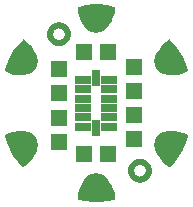
<source format=gbr>
G04 EAGLE Gerber RS-274X export*
G75*
%MOMM*%
%FSLAX34Y34*%
%LPD*%
%INSoldermask Top*%
%IPPOS*%
%AMOC8*
5,1,8,0,0,1.08239X$1,22.5*%
G01*
%ADD10R,1.452400X1.352400*%
%ADD11C,0.500000*%
%ADD12C,2.336800*%
%ADD13R,1.352400X0.652400*%
%ADD14R,0.652400X1.352400*%
%ADD15R,1.352400X1.452400*%

G36*
X3062Y-83644D02*
X3062Y-83644D01*
X3099Y-83646D01*
X9133Y-83012D01*
X9160Y-83004D01*
X9198Y-83002D01*
X15132Y-81740D01*
X15154Y-81731D01*
X15178Y-81729D01*
X15257Y-81689D01*
X15340Y-81656D01*
X15357Y-81640D01*
X15378Y-81629D01*
X15411Y-81595D01*
X15413Y-81593D01*
X15422Y-81583D01*
X15439Y-81564D01*
X15505Y-81504D01*
X15516Y-81483D01*
X15532Y-81465D01*
X15548Y-81427D01*
X15555Y-81419D01*
X15568Y-81381D01*
X15607Y-81304D01*
X15610Y-81281D01*
X15619Y-81259D01*
X15622Y-81221D01*
X15627Y-81206D01*
X15626Y-81167D01*
X15630Y-81111D01*
X15633Y-81081D01*
X15632Y-81077D01*
X15632Y-81072D01*
X15345Y-77313D01*
X15334Y-77273D01*
X15329Y-77215D01*
X14457Y-73548D01*
X14440Y-73510D01*
X14426Y-73453D01*
X12991Y-69968D01*
X12969Y-69933D01*
X12946Y-69879D01*
X10983Y-66661D01*
X10956Y-66630D01*
X10925Y-66580D01*
X8483Y-63709D01*
X8445Y-63678D01*
X8389Y-63619D01*
X6603Y-62233D01*
X6578Y-62220D01*
X6574Y-62215D01*
X6563Y-62210D01*
X6535Y-62187D01*
X4583Y-61046D01*
X4550Y-61034D01*
X4509Y-61009D01*
X2426Y-60132D01*
X2391Y-60125D01*
X2347Y-60105D01*
X168Y-59508D01*
X92Y-59502D01*
X19Y-59486D01*
X-24Y-59491D01*
X-56Y-59488D01*
X-100Y-59500D01*
X-168Y-59508D01*
X-2347Y-60105D01*
X-2379Y-60121D01*
X-2426Y-60132D01*
X-4509Y-61009D01*
X-4539Y-61028D01*
X-4583Y-61046D01*
X-6535Y-62187D01*
X-6561Y-62210D01*
X-6603Y-62233D01*
X-8389Y-63619D01*
X-8422Y-63656D01*
X-8483Y-63709D01*
X-10925Y-66580D01*
X-10946Y-66616D01*
X-10983Y-66661D01*
X-12946Y-69879D01*
X-12961Y-69917D01*
X-12991Y-69968D01*
X-14426Y-73453D01*
X-14435Y-73494D01*
X-14457Y-73548D01*
X-15329Y-77215D01*
X-15331Y-77256D01*
X-15345Y-77313D01*
X-15632Y-81072D01*
X-15630Y-81095D01*
X-15634Y-81119D01*
X-15622Y-81190D01*
X-15620Y-81243D01*
X-15613Y-81260D01*
X-15610Y-81295D01*
X-15599Y-81316D01*
X-15595Y-81340D01*
X-15550Y-81416D01*
X-15550Y-81417D01*
X-15536Y-81451D01*
X-15529Y-81458D01*
X-15511Y-81496D01*
X-15493Y-81513D01*
X-15481Y-81533D01*
X-15413Y-81589D01*
X-15391Y-81610D01*
X-15384Y-81617D01*
X-15382Y-81618D01*
X-15348Y-81650D01*
X-15326Y-81660D01*
X-15307Y-81675D01*
X-15170Y-81726D01*
X-15141Y-81738D01*
X-15137Y-81739D01*
X-15132Y-81740D01*
X-9198Y-83002D01*
X-9169Y-83003D01*
X-9133Y-83012D01*
X-3099Y-83646D01*
X-3071Y-83644D01*
X-3033Y-83650D01*
X3033Y-83650D01*
X3062Y-83644D01*
G37*
G36*
X-62590Y23819D02*
X-62590Y23819D01*
X-62550Y23827D01*
X-62491Y23829D01*
X-58784Y24508D01*
X-58737Y24525D01*
X-58658Y24544D01*
X-56565Y25398D01*
X-56535Y25417D01*
X-56491Y25434D01*
X-54527Y26554D01*
X-54500Y26576D01*
X-54458Y26599D01*
X-52657Y27965D01*
X-52633Y27991D01*
X-52595Y28020D01*
X-50988Y29609D01*
X-50944Y29671D01*
X-50894Y29727D01*
X-50881Y29757D01*
X-50876Y29764D01*
X-50873Y29772D01*
X-50859Y29793D01*
X-50847Y29837D01*
X-50820Y29899D01*
X-50247Y32086D01*
X-50244Y32121D01*
X-50231Y32167D01*
X-49949Y34410D01*
X-49951Y34445D01*
X-49944Y34492D01*
X-49956Y36752D01*
X-49963Y36787D01*
X-49962Y36835D01*
X-50269Y39074D01*
X-50285Y39121D01*
X-50300Y39201D01*
X-51566Y42752D01*
X-51587Y42787D01*
X-51607Y42842D01*
X-53412Y46151D01*
X-53438Y46183D01*
X-53467Y46235D01*
X-55767Y49220D01*
X-55798Y49248D01*
X-55834Y49294D01*
X-58574Y51883D01*
X-58608Y51905D01*
X-58651Y51945D01*
X-61762Y54074D01*
X-61784Y54084D01*
X-61802Y54099D01*
X-61885Y54129D01*
X-61900Y54136D01*
X-61916Y54144D01*
X-61919Y54144D01*
X-61967Y54166D01*
X-61991Y54167D01*
X-62013Y54175D01*
X-62102Y54175D01*
X-62191Y54181D01*
X-62213Y54174D01*
X-62237Y54174D01*
X-62321Y54142D01*
X-62406Y54117D01*
X-62425Y54102D01*
X-62447Y54094D01*
X-62523Y54032D01*
X-62546Y54018D01*
X-62559Y54001D01*
X-62561Y54000D01*
X-62585Y53982D01*
X-62587Y53978D01*
X-62592Y53975D01*
X-66651Y49467D01*
X-66666Y49442D01*
X-66693Y49415D01*
X-70258Y44507D01*
X-70271Y44481D01*
X-70294Y44452D01*
X-73328Y39198D01*
X-73337Y39171D01*
X-73358Y39139D01*
X-75825Y33597D01*
X-75832Y33569D01*
X-75849Y33535D01*
X-77723Y27766D01*
X-77727Y27742D01*
X-77736Y27720D01*
X-77742Y27632D01*
X-77754Y27543D01*
X-77749Y27520D01*
X-77750Y27496D01*
X-77725Y27411D01*
X-77705Y27324D01*
X-77692Y27304D01*
X-77685Y27282D01*
X-77632Y27211D01*
X-77583Y27136D01*
X-77564Y27122D01*
X-77550Y27103D01*
X-77427Y27020D01*
X-77403Y27002D01*
X-77399Y27001D01*
X-77395Y26998D01*
X-73996Y25368D01*
X-73956Y25357D01*
X-73903Y25332D01*
X-70291Y24254D01*
X-70250Y24249D01*
X-70194Y24233D01*
X-66458Y23733D01*
X-66417Y23735D01*
X-66358Y23728D01*
X-62590Y23819D01*
G37*
G36*
X66399Y23734D02*
X66399Y23734D01*
X66458Y23733D01*
X70194Y24233D01*
X70233Y24246D01*
X70291Y24254D01*
X73903Y25332D01*
X73940Y25351D01*
X73996Y25368D01*
X77395Y26998D01*
X77414Y27012D01*
X77436Y27020D01*
X77504Y27077D01*
X77576Y27129D01*
X77590Y27149D01*
X77608Y27164D01*
X77652Y27241D01*
X77701Y27315D01*
X77707Y27339D01*
X77719Y27359D01*
X77733Y27447D01*
X77753Y27534D01*
X77751Y27557D01*
X77754Y27581D01*
X77730Y27727D01*
X77726Y27756D01*
X77724Y27760D01*
X77723Y27766D01*
X75849Y33535D01*
X75835Y33561D01*
X75825Y33597D01*
X73358Y39139D01*
X73341Y39163D01*
X73328Y39198D01*
X70294Y44452D01*
X70276Y44474D01*
X70258Y44507D01*
X66693Y49415D01*
X66672Y49435D01*
X66651Y49467D01*
X62592Y53975D01*
X62573Y53989D01*
X62559Y54009D01*
X62529Y54029D01*
X62517Y54041D01*
X62484Y54059D01*
X62414Y54112D01*
X62392Y54119D01*
X62372Y54133D01*
X62285Y54153D01*
X62200Y54180D01*
X62176Y54178D01*
X62153Y54184D01*
X62065Y54173D01*
X61976Y54168D01*
X61954Y54159D01*
X61931Y54156D01*
X61883Y54132D01*
X61880Y54132D01*
X61874Y54128D01*
X61798Y54091D01*
X61770Y54079D01*
X61767Y54076D01*
X61762Y54074D01*
X58651Y51945D01*
X58622Y51916D01*
X58574Y51883D01*
X55834Y49294D01*
X55810Y49261D01*
X55767Y49220D01*
X53467Y46235D01*
X53448Y46198D01*
X53412Y46151D01*
X51607Y42842D01*
X51594Y42803D01*
X51566Y42752D01*
X50300Y39201D01*
X50292Y39152D01*
X50269Y39074D01*
X49962Y36835D01*
X49964Y36800D01*
X49956Y36752D01*
X49944Y34492D01*
X49950Y34457D01*
X49949Y34410D01*
X50231Y32167D01*
X50242Y32133D01*
X50247Y32086D01*
X50820Y29899D01*
X50852Y29831D01*
X50875Y29759D01*
X50893Y29735D01*
X50895Y29732D01*
X50901Y29725D01*
X50915Y29696D01*
X50947Y29664D01*
X50988Y29609D01*
X52595Y28020D01*
X52624Y28000D01*
X52657Y27965D01*
X54458Y26599D01*
X54490Y26583D01*
X54527Y26554D01*
X56491Y25434D01*
X56524Y25422D01*
X56565Y25398D01*
X58658Y24544D01*
X58707Y24534D01*
X58784Y24508D01*
X62491Y23829D01*
X62532Y23829D01*
X62590Y23819D01*
X66358Y23728D01*
X66399Y23734D01*
G37*
G36*
X62213Y-54174D02*
X62213Y-54174D01*
X62237Y-54174D01*
X62321Y-54142D01*
X62406Y-54117D01*
X62425Y-54102D01*
X62447Y-54094D01*
X62561Y-54000D01*
X62585Y-53982D01*
X62587Y-53978D01*
X62592Y-53975D01*
X66651Y-49467D01*
X66666Y-49442D01*
X66693Y-49415D01*
X70258Y-44507D01*
X70271Y-44481D01*
X70294Y-44452D01*
X73328Y-39198D01*
X73337Y-39171D01*
X73358Y-39139D01*
X75825Y-33597D01*
X75832Y-33569D01*
X75849Y-33535D01*
X77723Y-27766D01*
X77727Y-27742D01*
X77736Y-27720D01*
X77742Y-27632D01*
X77754Y-27543D01*
X77749Y-27520D01*
X77750Y-27496D01*
X77725Y-27411D01*
X77705Y-27324D01*
X77692Y-27304D01*
X77685Y-27282D01*
X77632Y-27211D01*
X77583Y-27136D01*
X77564Y-27122D01*
X77550Y-27103D01*
X77427Y-27020D01*
X77403Y-27002D01*
X77399Y-27001D01*
X77395Y-26998D01*
X73996Y-25368D01*
X73956Y-25357D01*
X73903Y-25332D01*
X70291Y-24254D01*
X70250Y-24249D01*
X70194Y-24233D01*
X66458Y-23733D01*
X66417Y-23735D01*
X66358Y-23728D01*
X62590Y-23819D01*
X62550Y-23827D01*
X62491Y-23829D01*
X58784Y-24508D01*
X58737Y-24525D01*
X58658Y-24544D01*
X56565Y-25398D01*
X56535Y-25417D01*
X56491Y-25434D01*
X54527Y-26554D01*
X54500Y-26576D01*
X54458Y-26599D01*
X52657Y-27965D01*
X52633Y-27991D01*
X52595Y-28020D01*
X50988Y-29609D01*
X50944Y-29671D01*
X50894Y-29727D01*
X50877Y-29766D01*
X50859Y-29793D01*
X50847Y-29837D01*
X50820Y-29899D01*
X50247Y-32086D01*
X50244Y-32121D01*
X50231Y-32167D01*
X49949Y-34410D01*
X49951Y-34445D01*
X49944Y-34492D01*
X49956Y-36752D01*
X49963Y-36787D01*
X49962Y-36835D01*
X50269Y-39074D01*
X50273Y-39087D01*
X50274Y-39093D01*
X50283Y-39117D01*
X50285Y-39121D01*
X50300Y-39201D01*
X51566Y-42752D01*
X51587Y-42787D01*
X51607Y-42842D01*
X53412Y-46151D01*
X53438Y-46183D01*
X53467Y-46235D01*
X55767Y-49220D01*
X55798Y-49248D01*
X55834Y-49294D01*
X58574Y-51883D01*
X58608Y-51905D01*
X58651Y-51945D01*
X61762Y-54074D01*
X61784Y-54084D01*
X61802Y-54099D01*
X61885Y-54129D01*
X61967Y-54166D01*
X61991Y-54167D01*
X62013Y-54175D01*
X62102Y-54175D01*
X62191Y-54181D01*
X62213Y-54174D01*
G37*
G36*
X-62065Y-54173D02*
X-62065Y-54173D01*
X-61976Y-54168D01*
X-61954Y-54159D01*
X-61931Y-54156D01*
X-61798Y-54091D01*
X-61770Y-54079D01*
X-61767Y-54076D01*
X-61762Y-54074D01*
X-58651Y-51945D01*
X-58622Y-51916D01*
X-58574Y-51883D01*
X-55834Y-49294D01*
X-55810Y-49261D01*
X-55767Y-49220D01*
X-53467Y-46235D01*
X-53448Y-46198D01*
X-53412Y-46151D01*
X-51607Y-42842D01*
X-51594Y-42803D01*
X-51566Y-42752D01*
X-50300Y-39201D01*
X-50292Y-39152D01*
X-50269Y-39074D01*
X-49962Y-36835D01*
X-49964Y-36800D01*
X-49956Y-36752D01*
X-49944Y-34492D01*
X-49950Y-34457D01*
X-49949Y-34410D01*
X-50231Y-32167D01*
X-50242Y-32133D01*
X-50247Y-32086D01*
X-50820Y-29899D01*
X-50852Y-29831D01*
X-50875Y-29759D01*
X-50901Y-29725D01*
X-50915Y-29696D01*
X-50947Y-29664D01*
X-50988Y-29609D01*
X-52595Y-28020D01*
X-52624Y-28000D01*
X-52657Y-27965D01*
X-54458Y-26599D01*
X-54490Y-26583D01*
X-54527Y-26554D01*
X-56491Y-25434D01*
X-56524Y-25422D01*
X-56565Y-25398D01*
X-58658Y-24544D01*
X-58707Y-24534D01*
X-58784Y-24508D01*
X-62491Y-23829D01*
X-62532Y-23829D01*
X-62590Y-23819D01*
X-66358Y-23728D01*
X-66399Y-23734D01*
X-66458Y-23733D01*
X-70194Y-24233D01*
X-70233Y-24246D01*
X-70291Y-24254D01*
X-73903Y-25332D01*
X-73940Y-25351D01*
X-73996Y-25368D01*
X-77395Y-26998D01*
X-77414Y-27012D01*
X-77436Y-27020D01*
X-77504Y-27077D01*
X-77576Y-27129D01*
X-77590Y-27149D01*
X-77608Y-27164D01*
X-77652Y-27241D01*
X-77701Y-27315D01*
X-77707Y-27339D01*
X-77719Y-27359D01*
X-77733Y-27447D01*
X-77753Y-27534D01*
X-77751Y-27557D01*
X-77754Y-27581D01*
X-77730Y-27727D01*
X-77726Y-27756D01*
X-77724Y-27760D01*
X-77723Y-27766D01*
X-75849Y-33535D01*
X-75835Y-33561D01*
X-75825Y-33597D01*
X-73358Y-39139D01*
X-73341Y-39163D01*
X-73328Y-39198D01*
X-70294Y-44452D01*
X-70276Y-44474D01*
X-70258Y-44507D01*
X-66693Y-49415D01*
X-66672Y-49435D01*
X-66651Y-49467D01*
X-62592Y-53975D01*
X-62573Y-53989D01*
X-62559Y-54009D01*
X-62485Y-54058D01*
X-62414Y-54112D01*
X-62392Y-54119D01*
X-62372Y-54133D01*
X-62285Y-54153D01*
X-62200Y-54180D01*
X-62176Y-54178D01*
X-62153Y-54184D01*
X-62065Y-54173D01*
G37*
G36*
X24Y59491D02*
X24Y59491D01*
X56Y59488D01*
X100Y59500D01*
X168Y59508D01*
X2347Y60105D01*
X2379Y60121D01*
X2426Y60132D01*
X4509Y61009D01*
X4539Y61028D01*
X4583Y61046D01*
X6535Y62187D01*
X6561Y62210D01*
X6603Y62233D01*
X8389Y63619D01*
X8422Y63656D01*
X8483Y63709D01*
X10925Y66580D01*
X10946Y66616D01*
X10983Y66661D01*
X12946Y69879D01*
X12961Y69917D01*
X12991Y69968D01*
X14426Y73453D01*
X14435Y73494D01*
X14457Y73548D01*
X15329Y77215D01*
X15331Y77256D01*
X15345Y77313D01*
X15632Y81072D01*
X15630Y81095D01*
X15634Y81119D01*
X15619Y81206D01*
X15610Y81295D01*
X15599Y81316D01*
X15595Y81340D01*
X15550Y81416D01*
X15511Y81496D01*
X15493Y81513D01*
X15481Y81533D01*
X15413Y81589D01*
X15348Y81650D01*
X15326Y81660D01*
X15307Y81675D01*
X15170Y81726D01*
X15141Y81738D01*
X15137Y81739D01*
X15132Y81740D01*
X9198Y83002D01*
X9169Y83003D01*
X9133Y83012D01*
X3099Y83646D01*
X3071Y83644D01*
X3033Y83650D01*
X-3033Y83650D01*
X-3062Y83644D01*
X-3099Y83646D01*
X-9133Y83012D01*
X-9160Y83004D01*
X-9198Y83002D01*
X-15132Y81740D01*
X-15154Y81731D01*
X-15178Y81729D01*
X-15257Y81689D01*
X-15340Y81656D01*
X-15357Y81640D01*
X-15378Y81629D01*
X-15439Y81564D01*
X-15505Y81504D01*
X-15516Y81483D01*
X-15532Y81465D01*
X-15566Y81383D01*
X-15607Y81304D01*
X-15610Y81281D01*
X-15619Y81259D01*
X-15630Y81111D01*
X-15633Y81081D01*
X-15632Y81077D01*
X-15632Y81072D01*
X-15345Y77313D01*
X-15334Y77273D01*
X-15329Y77215D01*
X-14457Y73548D01*
X-14440Y73510D01*
X-14426Y73453D01*
X-12991Y69968D01*
X-12969Y69933D01*
X-12946Y69879D01*
X-10983Y66661D01*
X-10956Y66630D01*
X-10925Y66580D01*
X-8483Y63709D01*
X-8445Y63678D01*
X-8389Y63619D01*
X-6603Y62233D01*
X-6572Y62217D01*
X-6535Y62187D01*
X-4583Y61046D01*
X-4550Y61034D01*
X-4509Y61009D01*
X-2426Y60132D01*
X-2391Y60125D01*
X-2347Y60105D01*
X-168Y59508D01*
X-92Y59502D01*
X-19Y59486D01*
X24Y59491D01*
G37*
D10*
X31750Y-10160D03*
X31750Y-30480D03*
X-31750Y-12700D03*
X-31750Y-33020D03*
X-31750Y8890D03*
X-31750Y29210D03*
D11*
X-39250Y58420D02*
X-39248Y58601D01*
X-39241Y58782D01*
X-39230Y58963D01*
X-39215Y59144D01*
X-39195Y59324D01*
X-39171Y59504D01*
X-39143Y59683D01*
X-39110Y59861D01*
X-39073Y60038D01*
X-39032Y60215D01*
X-38987Y60390D01*
X-38937Y60565D01*
X-38883Y60738D01*
X-38825Y60909D01*
X-38763Y61080D01*
X-38696Y61248D01*
X-38626Y61415D01*
X-38552Y61581D01*
X-38473Y61744D01*
X-38391Y61905D01*
X-38305Y62065D01*
X-38215Y62222D01*
X-38121Y62377D01*
X-38024Y62530D01*
X-37922Y62680D01*
X-37818Y62828D01*
X-37709Y62974D01*
X-37598Y63116D01*
X-37482Y63256D01*
X-37364Y63393D01*
X-37242Y63528D01*
X-37117Y63659D01*
X-36989Y63787D01*
X-36858Y63912D01*
X-36723Y64034D01*
X-36586Y64152D01*
X-36446Y64268D01*
X-36304Y64379D01*
X-36158Y64488D01*
X-36010Y64592D01*
X-35860Y64694D01*
X-35707Y64791D01*
X-35552Y64885D01*
X-35395Y64975D01*
X-35235Y65061D01*
X-35074Y65143D01*
X-34911Y65222D01*
X-34745Y65296D01*
X-34578Y65366D01*
X-34410Y65433D01*
X-34239Y65495D01*
X-34068Y65553D01*
X-33895Y65607D01*
X-33720Y65657D01*
X-33545Y65702D01*
X-33368Y65743D01*
X-33191Y65780D01*
X-33013Y65813D01*
X-32834Y65841D01*
X-32654Y65865D01*
X-32474Y65885D01*
X-32293Y65900D01*
X-32112Y65911D01*
X-31931Y65918D01*
X-31750Y65920D01*
X-31569Y65918D01*
X-31388Y65911D01*
X-31207Y65900D01*
X-31026Y65885D01*
X-30846Y65865D01*
X-30666Y65841D01*
X-30487Y65813D01*
X-30309Y65780D01*
X-30132Y65743D01*
X-29955Y65702D01*
X-29780Y65657D01*
X-29605Y65607D01*
X-29432Y65553D01*
X-29261Y65495D01*
X-29090Y65433D01*
X-28922Y65366D01*
X-28755Y65296D01*
X-28589Y65222D01*
X-28426Y65143D01*
X-28265Y65061D01*
X-28105Y64975D01*
X-27948Y64885D01*
X-27793Y64791D01*
X-27640Y64694D01*
X-27490Y64592D01*
X-27342Y64488D01*
X-27196Y64379D01*
X-27054Y64268D01*
X-26914Y64152D01*
X-26777Y64034D01*
X-26642Y63912D01*
X-26511Y63787D01*
X-26383Y63659D01*
X-26258Y63528D01*
X-26136Y63393D01*
X-26018Y63256D01*
X-25902Y63116D01*
X-25791Y62974D01*
X-25682Y62828D01*
X-25578Y62680D01*
X-25476Y62530D01*
X-25379Y62377D01*
X-25285Y62222D01*
X-25195Y62065D01*
X-25109Y61905D01*
X-25027Y61744D01*
X-24948Y61581D01*
X-24874Y61415D01*
X-24804Y61248D01*
X-24737Y61080D01*
X-24675Y60909D01*
X-24617Y60738D01*
X-24563Y60565D01*
X-24513Y60390D01*
X-24468Y60215D01*
X-24427Y60038D01*
X-24390Y59861D01*
X-24357Y59683D01*
X-24329Y59504D01*
X-24305Y59324D01*
X-24285Y59144D01*
X-24270Y58963D01*
X-24259Y58782D01*
X-24252Y58601D01*
X-24250Y58420D01*
X-24252Y58239D01*
X-24259Y58058D01*
X-24270Y57877D01*
X-24285Y57696D01*
X-24305Y57516D01*
X-24329Y57336D01*
X-24357Y57157D01*
X-24390Y56979D01*
X-24427Y56802D01*
X-24468Y56625D01*
X-24513Y56450D01*
X-24563Y56275D01*
X-24617Y56102D01*
X-24675Y55931D01*
X-24737Y55760D01*
X-24804Y55592D01*
X-24874Y55425D01*
X-24948Y55259D01*
X-25027Y55096D01*
X-25109Y54935D01*
X-25195Y54775D01*
X-25285Y54618D01*
X-25379Y54463D01*
X-25476Y54310D01*
X-25578Y54160D01*
X-25682Y54012D01*
X-25791Y53866D01*
X-25902Y53724D01*
X-26018Y53584D01*
X-26136Y53447D01*
X-26258Y53312D01*
X-26383Y53181D01*
X-26511Y53053D01*
X-26642Y52928D01*
X-26777Y52806D01*
X-26914Y52688D01*
X-27054Y52572D01*
X-27196Y52461D01*
X-27342Y52352D01*
X-27490Y52248D01*
X-27640Y52146D01*
X-27793Y52049D01*
X-27948Y51955D01*
X-28105Y51865D01*
X-28265Y51779D01*
X-28426Y51697D01*
X-28589Y51618D01*
X-28755Y51544D01*
X-28922Y51474D01*
X-29090Y51407D01*
X-29261Y51345D01*
X-29432Y51287D01*
X-29605Y51233D01*
X-29780Y51183D01*
X-29955Y51138D01*
X-30132Y51097D01*
X-30309Y51060D01*
X-30487Y51027D01*
X-30666Y50999D01*
X-30846Y50975D01*
X-31026Y50955D01*
X-31207Y50940D01*
X-31388Y50929D01*
X-31569Y50922D01*
X-31750Y50920D01*
X-31931Y50922D01*
X-32112Y50929D01*
X-32293Y50940D01*
X-32474Y50955D01*
X-32654Y50975D01*
X-32834Y50999D01*
X-33013Y51027D01*
X-33191Y51060D01*
X-33368Y51097D01*
X-33545Y51138D01*
X-33720Y51183D01*
X-33895Y51233D01*
X-34068Y51287D01*
X-34239Y51345D01*
X-34410Y51407D01*
X-34578Y51474D01*
X-34745Y51544D01*
X-34911Y51618D01*
X-35074Y51697D01*
X-35235Y51779D01*
X-35395Y51865D01*
X-35552Y51955D01*
X-35707Y52049D01*
X-35860Y52146D01*
X-36010Y52248D01*
X-36158Y52352D01*
X-36304Y52461D01*
X-36446Y52572D01*
X-36586Y52688D01*
X-36723Y52806D01*
X-36858Y52928D01*
X-36989Y53053D01*
X-37117Y53181D01*
X-37242Y53312D01*
X-37364Y53447D01*
X-37482Y53584D01*
X-37598Y53724D01*
X-37709Y53866D01*
X-37818Y54012D01*
X-37922Y54160D01*
X-38024Y54310D01*
X-38121Y54463D01*
X-38215Y54618D01*
X-38305Y54775D01*
X-38391Y54935D01*
X-38473Y55096D01*
X-38552Y55259D01*
X-38626Y55425D01*
X-38696Y55592D01*
X-38763Y55760D01*
X-38825Y55931D01*
X-38883Y56102D01*
X-38937Y56275D01*
X-38987Y56450D01*
X-39032Y56625D01*
X-39073Y56802D01*
X-39110Y56979D01*
X-39143Y57157D01*
X-39171Y57336D01*
X-39195Y57516D01*
X-39215Y57696D01*
X-39230Y57877D01*
X-39241Y58058D01*
X-39248Y58239D01*
X-39250Y58420D01*
D12*
X60960Y-35560D03*
X-60960Y-35560D03*
X-60960Y35560D03*
X60960Y35560D03*
X0Y-71120D03*
X0Y71120D03*
D11*
X36830Y-49650D02*
X36649Y-49652D01*
X36468Y-49659D01*
X36287Y-49670D01*
X36106Y-49685D01*
X35926Y-49705D01*
X35746Y-49729D01*
X35567Y-49757D01*
X35389Y-49790D01*
X35212Y-49827D01*
X35035Y-49868D01*
X34860Y-49913D01*
X34685Y-49963D01*
X34512Y-50017D01*
X34341Y-50075D01*
X34170Y-50137D01*
X34002Y-50204D01*
X33835Y-50274D01*
X33669Y-50348D01*
X33506Y-50427D01*
X33345Y-50509D01*
X33185Y-50595D01*
X33028Y-50685D01*
X32873Y-50779D01*
X32720Y-50876D01*
X32570Y-50978D01*
X32422Y-51082D01*
X32276Y-51191D01*
X32134Y-51302D01*
X31994Y-51418D01*
X31857Y-51536D01*
X31722Y-51658D01*
X31591Y-51783D01*
X31463Y-51911D01*
X31338Y-52042D01*
X31216Y-52177D01*
X31098Y-52314D01*
X30982Y-52454D01*
X30871Y-52596D01*
X30762Y-52742D01*
X30658Y-52890D01*
X30556Y-53040D01*
X30459Y-53193D01*
X30365Y-53348D01*
X30275Y-53505D01*
X30189Y-53665D01*
X30107Y-53826D01*
X30028Y-53989D01*
X29954Y-54155D01*
X29884Y-54322D01*
X29817Y-54490D01*
X29755Y-54661D01*
X29697Y-54832D01*
X29643Y-55005D01*
X29593Y-55180D01*
X29548Y-55355D01*
X29507Y-55532D01*
X29470Y-55709D01*
X29437Y-55887D01*
X29409Y-56066D01*
X29385Y-56246D01*
X29365Y-56426D01*
X29350Y-56607D01*
X29339Y-56788D01*
X29332Y-56969D01*
X29330Y-57150D01*
X36830Y-49650D02*
X37011Y-49652D01*
X37192Y-49659D01*
X37373Y-49670D01*
X37554Y-49685D01*
X37734Y-49705D01*
X37914Y-49729D01*
X38093Y-49757D01*
X38271Y-49790D01*
X38448Y-49827D01*
X38625Y-49868D01*
X38800Y-49913D01*
X38975Y-49963D01*
X39148Y-50017D01*
X39319Y-50075D01*
X39490Y-50137D01*
X39658Y-50204D01*
X39825Y-50274D01*
X39991Y-50348D01*
X40154Y-50427D01*
X40315Y-50509D01*
X40475Y-50595D01*
X40632Y-50685D01*
X40787Y-50779D01*
X40940Y-50876D01*
X41090Y-50978D01*
X41238Y-51082D01*
X41384Y-51191D01*
X41526Y-51302D01*
X41666Y-51418D01*
X41803Y-51536D01*
X41938Y-51658D01*
X42069Y-51783D01*
X42197Y-51911D01*
X42322Y-52042D01*
X42444Y-52177D01*
X42562Y-52314D01*
X42678Y-52454D01*
X42789Y-52596D01*
X42898Y-52742D01*
X43002Y-52890D01*
X43104Y-53040D01*
X43201Y-53193D01*
X43295Y-53348D01*
X43385Y-53505D01*
X43471Y-53665D01*
X43553Y-53826D01*
X43632Y-53989D01*
X43706Y-54155D01*
X43776Y-54322D01*
X43843Y-54490D01*
X43905Y-54661D01*
X43963Y-54832D01*
X44017Y-55005D01*
X44067Y-55180D01*
X44112Y-55355D01*
X44153Y-55532D01*
X44190Y-55709D01*
X44223Y-55887D01*
X44251Y-56066D01*
X44275Y-56246D01*
X44295Y-56426D01*
X44310Y-56607D01*
X44321Y-56788D01*
X44328Y-56969D01*
X44330Y-57150D01*
X44328Y-57331D01*
X44321Y-57512D01*
X44310Y-57693D01*
X44295Y-57874D01*
X44275Y-58054D01*
X44251Y-58234D01*
X44223Y-58413D01*
X44190Y-58591D01*
X44153Y-58768D01*
X44112Y-58945D01*
X44067Y-59120D01*
X44017Y-59295D01*
X43963Y-59468D01*
X43905Y-59639D01*
X43843Y-59810D01*
X43776Y-59978D01*
X43706Y-60145D01*
X43632Y-60311D01*
X43553Y-60474D01*
X43471Y-60635D01*
X43385Y-60795D01*
X43295Y-60952D01*
X43201Y-61107D01*
X43104Y-61260D01*
X43002Y-61410D01*
X42898Y-61558D01*
X42789Y-61704D01*
X42678Y-61846D01*
X42562Y-61986D01*
X42444Y-62123D01*
X42322Y-62258D01*
X42197Y-62389D01*
X42069Y-62517D01*
X41938Y-62642D01*
X41803Y-62764D01*
X41666Y-62882D01*
X41526Y-62998D01*
X41384Y-63109D01*
X41238Y-63218D01*
X41090Y-63322D01*
X40940Y-63424D01*
X40787Y-63521D01*
X40632Y-63615D01*
X40475Y-63705D01*
X40315Y-63791D01*
X40154Y-63873D01*
X39991Y-63952D01*
X39825Y-64026D01*
X39658Y-64096D01*
X39490Y-64163D01*
X39319Y-64225D01*
X39148Y-64283D01*
X38975Y-64337D01*
X38800Y-64387D01*
X38625Y-64432D01*
X38448Y-64473D01*
X38271Y-64510D01*
X38093Y-64543D01*
X37914Y-64571D01*
X37734Y-64595D01*
X37554Y-64615D01*
X37373Y-64630D01*
X37192Y-64641D01*
X37011Y-64648D01*
X36830Y-64650D01*
X36649Y-64648D01*
X36468Y-64641D01*
X36287Y-64630D01*
X36106Y-64615D01*
X35926Y-64595D01*
X35746Y-64571D01*
X35567Y-64543D01*
X35389Y-64510D01*
X35212Y-64473D01*
X35035Y-64432D01*
X34860Y-64387D01*
X34685Y-64337D01*
X34512Y-64283D01*
X34341Y-64225D01*
X34170Y-64163D01*
X34002Y-64096D01*
X33835Y-64026D01*
X33669Y-63952D01*
X33506Y-63873D01*
X33345Y-63791D01*
X33185Y-63705D01*
X33028Y-63615D01*
X32873Y-63521D01*
X32720Y-63424D01*
X32570Y-63322D01*
X32422Y-63218D01*
X32276Y-63109D01*
X32134Y-62998D01*
X31994Y-62882D01*
X31857Y-62764D01*
X31722Y-62642D01*
X31591Y-62517D01*
X31463Y-62389D01*
X31338Y-62258D01*
X31216Y-62123D01*
X31098Y-61986D01*
X30982Y-61846D01*
X30871Y-61704D01*
X30762Y-61558D01*
X30658Y-61410D01*
X30556Y-61260D01*
X30459Y-61107D01*
X30365Y-60952D01*
X30275Y-60795D01*
X30189Y-60635D01*
X30107Y-60474D01*
X30028Y-60311D01*
X29954Y-60145D01*
X29884Y-59978D01*
X29817Y-59810D01*
X29755Y-59639D01*
X29697Y-59468D01*
X29643Y-59295D01*
X29593Y-59120D01*
X29548Y-58945D01*
X29507Y-58768D01*
X29470Y-58591D01*
X29437Y-58413D01*
X29409Y-58234D01*
X29385Y-58054D01*
X29365Y-57874D01*
X29350Y-57693D01*
X29339Y-57512D01*
X29332Y-57331D01*
X29330Y-57150D01*
D13*
X-11000Y-20000D03*
X-11000Y-12000D03*
X-11000Y-4000D03*
X-11000Y4000D03*
X-11000Y12000D03*
X-11000Y20000D03*
D14*
X0Y21000D03*
D13*
X11000Y20000D03*
X11000Y12000D03*
X11000Y4000D03*
X11000Y-4000D03*
X11000Y-12000D03*
X11000Y-20000D03*
D14*
X0Y-21000D03*
D15*
X-10160Y43180D03*
X10160Y43180D03*
X10160Y-43180D03*
X-10160Y-43180D03*
D10*
X31750Y10160D03*
X31750Y30480D03*
M02*

</source>
